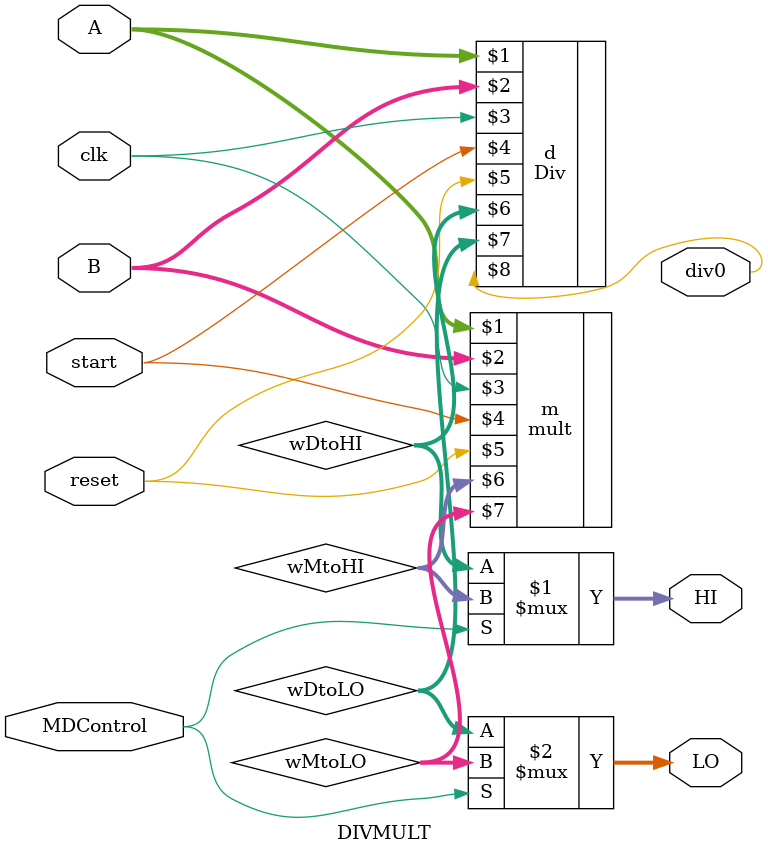
<source format=v>
module DIVMULT (
	input wire [31:0] A,
	input wire [31:0] B,
	input wire MDControl,
	input wire start,
	input wire clk,
	input wire reset,
	output wire div0,
	output wire [31:0] HI,
	output wire [31:0] LO
	);

wire [31:0] wMtoHI;
wire [31:0] wMtoLO;
wire [31:0] wDtoHI;
wire [31:0] wDtoLO;

mult m(A, B, clk, start, reset, wMtoHI, wMtoLO);
Div d(A, B, clk, start, reset, wDtoHI, wDtoLO, div0); 

assign HI = (MDControl) ? wMtoHI : wDtoHI;
assign LO = (MDControl) ? wMtoLO : wDtoLO;

endmodule

</source>
